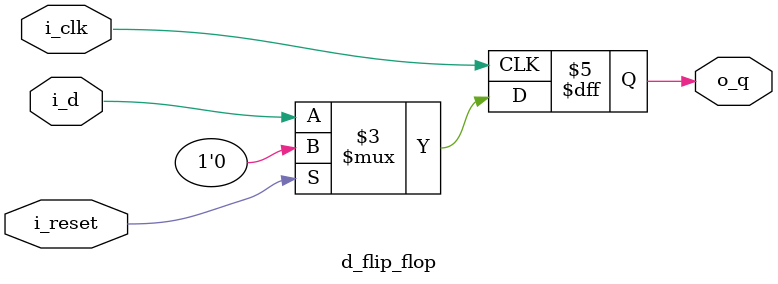
<source format=v>

module d_flip_flop (
    input  wire i_clk,
    input  wire i_reset,
    input  wire i_d,
    output reg  o_q
);

    always @(posedge i_clk) begin
        if (i_reset)
            o_q <= 1'b0;
        else
            o_q <= i_d;
    end

endmodule

</source>
